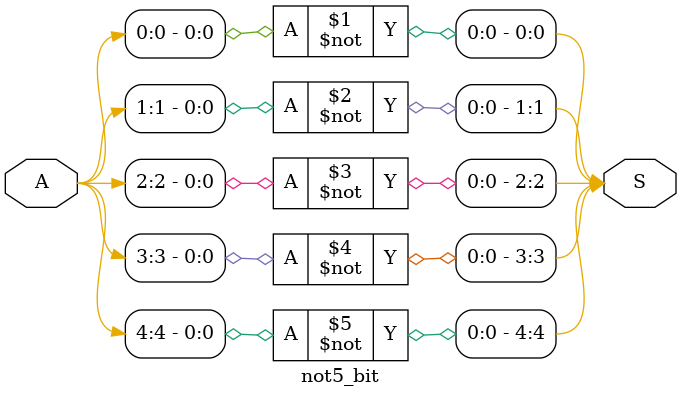
<source format=v>
module not5_bit(
    input [4:0] A,
    output [4:0] S
    );

    not not0(S[0], A[0]);
    not not1(S[1], A[1]);
    not not2(S[2], A[2]);
    not not3(S[3], A[3]);
    not not4(S[4], A[4]);
endmodule
</source>
